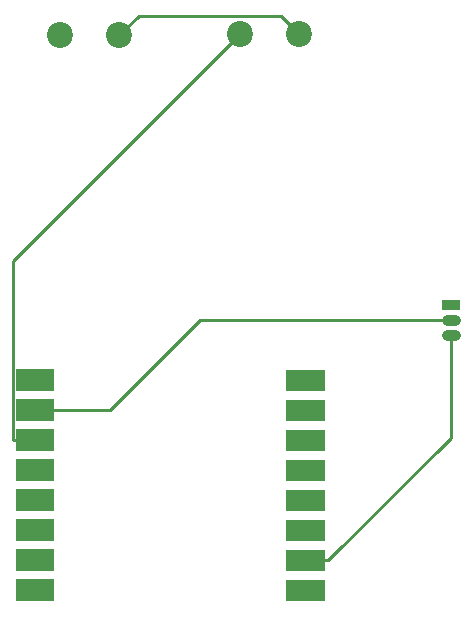
<source format=gtl>
G04 Layer: TopLayer*
G04 EasyEDA v6.4.20.6, 2021-08-11T14:47:25--4:00*
G04 e974da8606444200a0902e9624b14983,f06b2ae44ace4e68bcf10d52e37fd181,10*
G04 Gerber Generator version 0.2*
G04 Scale: 100 percent, Rotated: No, Reflected: No *
G04 Dimensions in millimeters *
G04 leading zeros omitted , absolute positions ,4 integer and 5 decimal *
%FSLAX45Y45*%
%MOMM*%

%ADD10C,0.2540*%
%ADD11R,3.2918X1.8288*%
%ADD12C,2.2000*%
%ADD13R,1.6000X0.9000*%
%ADD14C,0.9000*%

%LPD*%
D10*
X6629400Y4038600D02*
G01*
X4501972Y4038600D01*
X3739972Y3276600D01*
X3111500Y3276600D01*
X3111500Y3022600D02*
G01*
X2918790Y3022600D01*
X4842713Y6464300D02*
G01*
X2918792Y4540379D01*
X2918792Y3022600D01*
X5397500Y2006600D02*
G01*
X5590209Y2006600D01*
X6629400Y3911600D02*
G01*
X6629400Y3045790D01*
X5590209Y2006600D01*
X5342636Y6464300D02*
G01*
X5190236Y6616700D01*
X3983736Y6616700D01*
X3818636Y6451600D01*
D11*
G01*
X3111500Y3530600D03*
G36*
X5232908Y1844039D02*
G01*
X5562091Y1844039D01*
X5562091Y1661160D01*
X5232908Y1661160D01*
G37*
G36*
X5232908Y2098039D02*
G01*
X5562091Y2098039D01*
X5562091Y1915160D01*
X5232908Y1915160D01*
G37*
G36*
X5232908Y2352039D02*
G01*
X5562091Y2352039D01*
X5562091Y2169160D01*
X5232908Y2169160D01*
G37*
G36*
X5232908Y2606039D02*
G01*
X5562091Y2606039D01*
X5562091Y2423160D01*
X5232908Y2423160D01*
G37*
G36*
X5232908Y2860039D02*
G01*
X5562091Y2860039D01*
X5562091Y2677160D01*
X5232908Y2677160D01*
G37*
G36*
X5232908Y3114039D02*
G01*
X5562091Y3114039D01*
X5562091Y2931160D01*
X5232908Y2931160D01*
G37*
G36*
X5232908Y3368039D02*
G01*
X5562091Y3368039D01*
X5562091Y3185160D01*
X5232908Y3185160D01*
G37*
G36*
X5232908Y3622039D02*
G01*
X5562091Y3622039D01*
X5562091Y3439160D01*
X5232908Y3439160D01*
G37*
G01*
X3111500Y1752600D03*
G01*
X3111500Y2006600D03*
G01*
X3111500Y2260600D03*
G01*
X3111500Y2514600D03*
G01*
X3111500Y2768600D03*
G01*
X3111500Y3022600D03*
G01*
X3111500Y3276600D03*
D12*
G01*
X3318713Y6451600D03*
G01*
X3818712Y6451600D03*
G01*
X4842713Y6464300D03*
G01*
X5342712Y6464300D03*
D13*
G01*
X6629400Y4165600D03*
D14*
X6664401Y3911600D02*
G01*
X6594401Y3911600D01*
X6664401Y4038600D02*
G01*
X6594401Y4038600D01*
M02*

</source>
